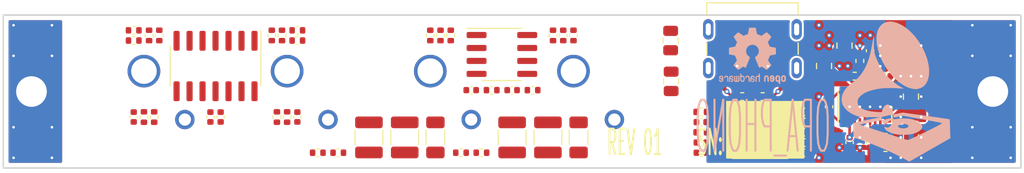
<source format=kicad_pcb>
(kicad_pcb (version 20211014) (generator pcbnew)
  (layers (0 "F.Cu" signal) (1 "In1.Cu" signal) (2 "In2.Cu" signal) (31 "B.Cu" signal) (34 "B.Paste" user) (35 "F.Paste" user) (36 "B.SilkS" user "B.Silkscreen") (37 "F.SilkS" user "F.Silkscreen") (38 "B.Mask" user) (39 "F.Mask" user) (44 "Edge.Cuts" user))
  (net 0 "")
  (net 1 "GND")
  (net 2 "/OUT_L")
  (net 3 "/OUT_R")
  (net 4 "/POWER/+6V")
  (net 5 "/POWER/-6V")
  (net 6 "/RIGHT/RIAA_RC")
  (net 7 "/RIGHT/RIAA")
  (net 8 "/LEFT/OUT_RC")
  (net 9 "/LEFT/RIAA_RC")
  (net 10 "/LEFT/RIAA")
  (net 11 "/RIGHT/OUT_RC")
  (net 12 "/LEFT/OUT1")
  (net 13 "/POWER/VIN")
  (net 14 "/LEFT/OUT2")
  (net 15 "/LEFT/FB2")
  (net 16 "/RIGHT/OUT1")
  (net 17 "/RIGHT/OUT2")
  (net 18 "/RIGHT/FB2")
  (net 19 "/CC1")
  (net 20 "/CC2")
  (net 21 "/POWER/CINVN")
  (net 22 "/POWER/CINVP")
  (net 23 "/POWER/VOUTN")
  (net 24 "/POWER/CBSTP")
  (net 25 "/POWER/CBSTN")
  (net 26 "/POWER/BYPP")
  (net 27 "/POWER/BYPN")
  (net 28 "/POWER/VOUTP")
  (net 29 "/POWER/ADJP")
  (net 30 "/POWER/ADJN")
  (net 31 "/RIGHT/FBTRIM")
  (net 32 "/RIGHT/TRIM")
  (net 33 "/LEFT/FBTRIM")
  (net 34 "/LEFT/TRIM")
  (net 39 "/RIGHT/FB1P")
  (net 40 "/RIGHT/INN")
  (net 41 "/LEFT/INN")
  (net 42 "/RIGHT/INP")
  (net 43 "/LEFT/INP")
  (net 44 "/RIGHT/OUT1B")
  (net 45 "/LEFT/FB1P")
  (net 46 "/RIGHT/FB1N")
  (net 47 "/LEFT/OUT1B")
  (net 48 "/LEFT/FB1N")
  (footprint "Resistor_SMD:R_0402_1005Metric" (layer "F.Cu") (at 186.5 61.996948 180)
    (fp_text reference "R25" hide)
    (fp_text value "20.5k")
  )
  (footprint "OPA_PHONO:CUI_UJC-HP-3-SMT-TR" (layer "F.Cu") (at 173.5 55.2 180)
    (fp_text reference "J3" hide)
    (fp_text value "UJC-HP-3-SMT-TR")
  )
  (footprint "Capacitor_SMD:C_1206_3216Metric" (layer "F.Cu") (at 156.5 62 90)
    (fp_text reference "C10" hide)
    (fp_text value "47n")
  )
  (footprint "Capacitor_SMD:C_0402_1005Metric" (layer "F.Cu") (at 129 60 90)
    (fp_text reference "C7" hide)
    (fp_text value "NP")
  )
  (footprint "Resistor_SMD:R_0402_1005Metric" (layer "F.Cu") (at 143 52 -90)
    (fp_text reference "R8" hide)
    (fp_text value "499R")
  )
  (footprint "Capacitor_SMD:C_0402_1005Metric" (layer "F.Cu") (at 178.5 63.5)
    (fp_text reference "C5" hide)
    (fp_text value "1u")
  )
  (footprint "Resistor_SMD:R_0402_1005Metric" (layer "F.Cu") (at 129 51.5 180)
    (fp_text reference "R31" hide)
    (fp_text value "16k")
  )
  (footprint "Resistor_SMD:R_0402_1005Metric" (layer "F.Cu") (at 168.5 59.5)
    (fp_text reference "R23" hide)
    (fp_text value "47k")
  )
  (footprint "Resistor_SMD:R_0402_1005Metric" (layer "F.Cu") (at 183.5 55.996948 180)
    (fp_text reference "R28" hide)
    (fp_text value "20.5k")
  )
  (footprint "Package_DFN_QFN:DFN-18-1EP_3x5mm_P0.5mm_EP1.66x4.4mm" (layer "F.Cu") (at 184.5 58.996948 -90)
    (fp_text reference "U3" hide)
    (fp_text value "LTC3265xDHC")
  )
  (footprint "Capacitor_SMD:C_0402_1005Metric" (layer "F.Cu") (at 146 57.365 180)
    (fp_text reference "C22" hide)
    (fp_text value "1u")
  )
  (footprint "Resistor_SMD:R_0402_1005Metric" (layer "F.Cu") (at 156 52 -90)
    (fp_text reference "R21" hide)
    (fp_text value "47k")
  )
  (footprint "Resistor_SMD:R_0402_1005Metric" (layer "F.Cu") (at 127 60 90)
    (fp_text reference "R14" hide)
    (fp_text value "16k")
  )
  (footprint "Resistor_SMD:R_0402_1005Metric" (layer "F.Cu") (at 155 52 -90)
    (fp_text reference "R6" hide)
    (fp_text value "499R")
  )
  (footprint "Resistor_SMD:R_0402_1005Metric" (layer "F.Cu") (at 142 52 -90)
    (fp_text reference "R9" hide)
    (fp_text value "47k")
  )
  (footprint "Resistor_SMD:R_0402_1005Metric" (layer "F.Cu") (at 178.5 60.5 180)
    (fp_text reference "R11" hide)
    (fp_text value "47k")
  )
  (footprint "Capacitor_SMD:C_0805_2012Metric" (layer "F.Cu") (at 165.55 56.5 -90)
    (fp_text reference "C15" hide)
    (fp_text value "10u")
  )
  (footprint "Capacitor_SMD:C_0805_2012Metric" (layer "F.Cu") (at 189 57.996948 -90)
    (fp_text reference "C26" hide)
    (fp_text value "10u")
  )
  (footprint "Resistor_SMD:R_0402_1005Metric" (layer "F.Cu") (at 144 52 -90)
    (fp_text reference "R7" hide)
    (fp_text value "16k")
  )
  (footprint "Capacitor_SMD:C_0402_1005Metric" (layer "F.Cu") (at 121.5 60 90)
    (fp_text reference "C19" hide)
    (fp_text value "1u")
  )
  (footprint "Resistor_SMD:R_0402_1005Metric" (layer "F.Cu") (at 126.5 52 90)
    (fp_text reference "R33" hide)
    (fp_text value "16k")
  )
  (footprint "Capacitor_SMD:C_1210_3225Metric" (layer "F.Cu") (at 150 62 90)
    (fp_text reference "C9" hide)
    (fp_text value "68n")
  )
  (footprint "Capacitor_SMD:C_0805_2012Metric" (layer "F.Cu") (at 165.5 52.5 -90)
    (fp_text reference "C25" hide)
    (fp_text value "10u")
  )
  (footprint "Capacitor_SMD:C_0402_1005Metric" (layer "F.Cu") (at 178.5 61.5)
    (fp_text reference "C6" hide)
    (fp_text value "1u")
  )
  (footprint "Resistor_SMD:R_0402_1005Metric" (layer "F.Cu") (at 147 63.5 180)
    (fp_text reference "R17" hide)
    (fp_text value "2.32k")
  )
  (footprint "Resistor_SMD:R_0402_1005Metric" (layer "F.Cu") (at 174.5 58)
    (fp_text reference "R30" hide)
    (fp_text value "5.1k")
  )
  (footprint "Resistor_SMD:R_0402_1005Metric" (layer "F.Cu") (at 114 60 -90)
    (fp_text reference "R1" hide)
    (fp_text value "47k")
  )
  (footprint "Resistor_SMD:R_0402_1005Metric" (layer "F.Cu") (at 129 52.5)
    (fp_text reference "R34" hide)
    (fp_text value "499R")
  )
  (footprint "Capacitor_SMD:C_0402_1005Metric" (layer "F.Cu") (at 185 53.496948 90)
    (fp_text reference "C18" hide)
    (fp_text value "1u")
  )
  (footprint "Resistor_SMD:R_0402_1005Metric" (layer "F.Cu") (at 184 54.496948 -90)
    (fp_text reference "R27" hide)
    (fp_text value "5.1k")
  )
  (footprint "Capacitor_SMD:C_0805_2012Metric" (layer "F.Cu") (at 182.5 52.996948 90)
    (fp_text reference "C28" hide)
    (fp_text value "10u")
  )
  (footprint "Capacitor_SMD:C_0805_2012Metric" (layer "F.Cu") (at 188.5 54.496948 180)
    (fp_text reference "C23" hide)
    (fp_text value "10u")
  )
  (footprint "Capacitor_SMD:C_0805_2012Metric" (layer "F.Cu") (at 189 61.996948 90)
    (fp_text reference "C27" hide)
    (fp_text value "10u")
  )
  (footprint "Resistor_SMD:R_0402_1005Metric" (layer "F.Cu") (at 128 60 -90)
    (fp_text reference "R13" hide)
    (fp_text value "47k")
  )
  (footprint "Resistor_SMD:R_0402_1005Metric" (layer "F.Cu") (at 172.5 58 180)
    (fp_text reference "R29" hide)
    (fp_text value "5.1k")
  )
  (footprint "Resistor_SMD:R_0402_1005Metric" (layer "F.Cu") (at 114.5 52 -90)
    (fp_text reference "R15" hide)
    (fp_text value "16k")
  )
  (footprint "Resistor_SMD:R_0402_1005Metric" (layer "F.Cu") (at 152 57.365)
    (fp_text reference "R24" hide)
    (fp_text value "499R")
  )
  (footprint "Capacitor_SMD:C_0402_1005Metric" (layer "F.Cu") (at 120.5 60 -90)
    (fp_text reference "C20" hide)
    (fp_text value "1u")
  )
  (footprint "Capacitor_SMD:C_1210_3225Metric" (layer "F.Cu") (at 153.5 62 90)
    (fp_text reference "C8" hide)
    (fp_text value "68n")
  )
  (footprint "Resistor_SMD:R_0402_1005Metric" (layer "F.Cu") (at 133 63.5 180)
    (fp_text reference "R5" hide)
    (fp_text value "2.32k")
  )
  (footprint "Resistor_SMD:R_0402_1005Metric" (layer "F.Cu") (at 113 52.5 180)
    (fp_text reference "R20" hide)
    (fp_text value "499R")
  )
  (footprint "Capacitor_SMD:C_0402_1005Metric" (layer "F.Cu") (at 185 62.496948 90)
    (fp_text reference "C17" hide)
    (fp_text value "1u")
  )
  (footprint "Capacitor_SMD:C_0402_1005Metric" (layer "F.Cu") (at 181 58.996948 -90)
    (fp_text reference "C14" hide)
    (fp_text value "1u")
  )
  (footprint "Capacitor_SMD:C_0402_1005Metric" (layer "F.Cu") (at 186.5 55.996948)
    (fp_text reference "C16" hide)
    (fp_text value "1u")
  )
  (footprint "Resistor_SMD:R_0402_1005Metric" (layer "F.Cu") (at 178.5 62.5 180)
    (fp_text reference "R10" hide)
    (fp_text value "47k")
  )
  (footprint "Resistor_SMD:R_0402_1005Metric" (layer "F.Cu") (at 131 63.5 180)
    (fp_text reference "R4" hide)
    (fp_text value "16k")
  )
  (footprint "Resistor_SMD:R_0402_1005Metric" (layer "F.Cu") (at 127.5 52 -90)
    (fp_text reference "R32" hide)
    (fp_text value "16k")
  )
  (footprint "Capacitor_SMD:C_1206_3216Metric" (layer "F.Cu") (at 142.5 62 90)
    (fp_text reference "C4" hide)
    (fp_text value "47n")
  )
  (footprint "Resistor_SMD:R_0402_1005Metric" (layer "F.Cu") (at 115.5 52 90)
    (fp_text reference "R18" hide)
    (fp_text value "16k")
  )
  (footprint "Capacitor_SMD:C_0402_1005Metric" (layer "F.Cu") (at 168.5 63.5 180)
    (fp_text reference "C30" hide)
    (fp_text value "1u")
  )
  (footprint "Capacitor_SMD:C_0805_2012Metric" (layer "F.Cu") (at 180.5 54.996948 -90)
    (fp_text reference "C24" hide)
    (fp_text value "10u")
  )
  (footprint "Package_SO:SOIC-14_3.9x8.7mm_P1.27mm" (layer "F.Cu") (at 121 55 -90)
    (fp_text reference "U1" hide)
    (fp_text value "OPA1644AxD")
  )
  (footprint "Capacitor_SMD:C_0402_1005Metric" (layer "F.Cu") (at 168.5 62.5 180)
    (fp_text reference "C11" hide)
    (fp_text value "1u")
  )
  (footprint "Resistor_SMD:R_0402_1005Metric" (layer "F.Cu") (at 154 52 -90)
    (fp_text reference "R19" hide)
    (fp_text value "16k")
  )
  (footprint "Package_SO:SOIC-8_3.9x4.9mm_P1.27mm" (layer "F.Cu") (at 149 53.865)
    (fp_text reference "U2" hide)
    (fp_text value "OPA1612AxD")
  )
  (footprint "Resistor_SMD:R_0402_1005Metric" (layer "F.Cu") (at 113 51.5)
    (fp_text reference "R3" hide)
    (fp_text value "16k")
  )
  (footprint "Resistor_SMD:R_0402_1005Metric" (layer "F.Cu") (at 145 63.5 180)
    (fp_text reference "R16" hide)
    (fp_text value "16k")
  )
  (footprint "Capacitor_SMD:C_0402_1005Metric" (layer "F.Cu") (at 113 60 90)
    (fp_text reference "C1" hide)
    (fp_text value "NP")
  )
  (footprint "Resistor_SMD:R_0402_1005Metric" (layer "F.Cu") (at 168.5 61.5)
    (fp_text reference "R22" hide)
    (fp_text value "47k")
  )
  (footprint "Resistor_SMD:R_0402_1005Metric" (layer "F.Cu") (at 148 57.365 180)
    (fp_text reference "R12" hide)
    (fp_text value "499R")
  )
  (footprint "Capacitor_SMD:C_1210_3225Metric" (layer "F.Cu") (at 139.5 62 90)
    (fp_text reference "C2" hide)
    (fp_text value "68n")
  )
  (footprint "Capacitor_SMD:C_0402_1005Metric" (layer "F.Cu") (at 178.5 59.5 180)
    (fp_text reference "C29" hide)
    (fp_text value "1u")
  )
  (footprint "Capacitor_SMD:C_1210_3225Metric" (layer "F.Cu") (at 136 62 90)
    (fp_text reference "C3" hide)
    (fp_text value "68n")
  )
  (footprint "Resistor_SMD:R_0402_1005Metric" (layer "F.Cu") (at 186.5 62.996948)
    (fp_text reference "R26" hide)
    (fp_text value "5.1k")
  )
  (footprint "Package_SO:SOIC-8_3.9x4.9mm_P1.27mm" (layer "F.Cu") (at 173.5 61.5 180)
    (fp_text reference "U4" hide)
    (fp_text value "OPA1612AxD")
  )
  (footprint "Resistor_SMD:R_0402_1005Metric" (layer "F.Cu") (at 115 60 90)
    (fp_text reference "R2" hide)
    (fp_text value "16k")
  )
  (footprint "Capacitor_SMD:C_0402_1005Metric" (layer "F.Cu") (at 168.5 60.5 180)
    (fp_text reference "C12" hide)
    (fp_text value "1u")
  )
  (footprint "Capacitor_SMD:C_0402_1005Metric" (layer "F.Cu") (at 150 57.365 180)
    (fp_text reference "C21" hide)
    (fp_text value "1u")
  )
  (footprint "Capacitor_SMD:C_0402_1005Metric" (layer "F.Cu") (at 183 62.496948 90)
    (fp_text reference "C13" hide)
    (fp_text value "1u")
  )
  (footprint "LOGO" (layer "B.Cu") (at 187.5 57.5 180)
    (fp_text reference "G***" hide)
    (fp_text value "LOGO" hide)
  )
  (footprint "LIB:RCJ-21XX" (layer "B.Cu") (at 121 55.5 180)
    (fp_text reference "J1" hide)
    (fp_text value "RCJ-21XX")
  )
  (footprint "LIB:RCJ-21XX" (layer "B.Cu") (at 149 55.5 180)
    (fp_text reference "J2" hide)
    (fp_text value "RCJ-21XX")
  )
  (footprint "Symbol:OSHW-Logo2_7.3x6mm_SilkScreen" (layer "B.Cu") (at 173.5 54 180)
    (fp_text reference "REF**" hide)
    (fp_text value "OSHW-Logo2_7.3x6mm_SilkScreen" hide)
  )
  (gr_rect (start 171 58.5) (end 178.5 64) (layer "F.SilkS") (width 0.15) (fill solid))
  (gr_rect locked (start 100.25 50) (end 199.75 65) (layer "Edge.Cuts") (width 0.15) (fill none))
  (gr_text "OPA_PHONO" (at 174.5 61) (layer "B.SilkS") (effects (font (size 5 1.5) (thickness 0.2)) (justify mirror)))
  (gr_text "REV 01" (at 162 62.496948) (layer "F.SilkS") (effects (font (size 2.5 1) (thickness 0.2))))
  (gr_text "SN:   " (at 170.5 62.496948) (layer "F.SilkS") (effects (font (size 2.5 1) (thickness 0.2))))
  (segment (start 182 62.996948) (end 182.02 62.976948) (width 0.25) (layer "F.Cu") (net 1))
  (segment (start 175.5 58) (end 176 57.5) (width 0.25) (layer "F.Cu") (net 1))
  (segment (start 187.01 63.986948) (end 187 63.996948) (width 0.25) (layer "F.Cu") (net 1))
  (segment (start 181 51.996948) (end 182.453161 51.996948) (width 0.25) (layer "F.Cu") (net 1))
  (segment (start 190 55.996948) (end 190 56.046948) (width 0.25) (layer "F.Cu") (net 1))
  (segment (start 190 56.046948) (end 189 57.046948) (width 0.25) (layer "F.Cu") (net 1))
  (segment (start 185 52.986948) (end 185 52.006948) (width 0.25) (layer "F.Cu") (net 1))
  (segment (start 181 53.546948) (end 180.5 54.046948) (width 0.25) (layer "F.Cu") (net 1))
  (segment (start 184.275978 58.996948) (end 184.5 58.996948) (width 0.25) (layer "F.Cu") (net 1))
  (segment (start 182.500109 52.043896) (end 182.547057 51.996948) (width 0.25) (layer "F.Cu") (net 1))
  (segment (start 175.01 58) (end 175.5 58) (width 0.25) (layer "F.Cu") (net 1))
  (segment (start 190 57.996948) (end 189.95 57.996948) (width 0.25) (layer "F.Cu") (net 1))
  (segment (start 184.5 60.421948) (end 184.5 58.996948) (width 0.25) (layer "F.Cu") (net 1))
  (segment (start 181 52.996948) (end 181 53.546948) (width 0.25) (layer "F.Cu") (net 1))
  (segment (start 188 56.046948) (end 189 57.046948) (width 0.25) (layer "F.Cu") (net 1))
  (segment (start 184 53.986948) (end 184 52.996948) (width 0.25) (layer "F.Cu") (net 1))
  (segment (start 176.25 56.205) (end 176.25 57.25) (width 0.4) (layer "F.Cu") (net 1))
  (segment (start 182.547057 51.996948) (end 184 51.996948) (width 0.25) (layer "F.Cu") (net 1))
  (segment (start 189.95 57.996948) (end 189 57.046948) (width 0.25) (layer "F.Cu") (net 1))
  (segment (start 186 58.996948) (end 187 58.996948) (width 0.25) (layer "F.Cu") (net 1))
  (segment (start 188 57.996948) (end 188.05 57.996948) (width 0.25) (layer "F.Cu") (net 1))
  (segment (start 189 57.046948) (end 188.95 57.046948) (width 0.25) (layer "F.Cu") (net 1))
  (segment (start 184.02 62.976948) (end 184 62.996948) (width 0.25) (layer "F.Cu") (net 1))
  (segment (start 170.75 56.205) (end 170.75 57.25) (width 0.4) (layer "F.Cu") (net 1))
  (segment (start 188 63.996948) (end 188 63.946948) (width 0.25) (layer "F.Cu") (net 1))
  (segment (start 189 62.996948) (end 188 63.996948) (width 0.25) (layer "F.Cu") (net 1))
  (segment (start 188 55.996948) (end 188 56.046948) (width 0.25) (layer "F.Cu") (net 1))
  (segment (start 183.5 60.421948) (end 183.5 59.772926) (width 0.25) (layer "F.Cu") (net 1))
  (segment (start 182.453161 51.996948) (end 182.500109 52.043896) (width 0.25) (layer "F.Cu") (net 1))
  (segment (start 189 62.946948) (end 189 62.996948) (width 0.25) (layer "F.Cu") (net 1))
  (segment (start 176.25 57.25) (end 176 57.5) (width 0.4) (layer "F.Cu") (net 1))
  (segment (start 187.01 62.996948) (end 187.01 63.986948) (width 0.25) (layer "F.Cu") (net 1))
  (segment (start 179.999891 53.546839) (end 180.5 54.046948) (width 0.25) (layer "F.Cu") (net 1))
  (segment (start 182.02 62.976948) (end 183 62.976948) (width 0.25) (layer "F.Cu") (net 1))
  (segment (start 189.45 54.496948) (end 189.45 55.546948) (width 0.25) (layer "F.Cu") (net 1))
  (segment (start 171.5 58) (end 171 57.5) (width 0.25) (layer "F.Cu") (net 1))
  (segment (start 185 62.976948) (end 184.02 62.976948) (width 0.25) (layer "F.Cu") (net 1))
  (segment (start 188.05 57.996948) (end 189 57.046948) (width 0.25) (layer "F.Cu") (net 1))
  (segment (start 189.45 55.546948) (end 189 55.996948) (width 0.25) (layer "F.Cu") (net 1))
  (segment (start 179.999891 53) (end 179.999891 53.546839) (width 0.25) (layer "F.Cu") (net 1))
  (segment (start 171.99 59) (end 171.5 59) (width 0.25) (layer "F.Cu") (net 1))
  (segment (start 170.75 57.25) (end 171 57.5) (width 0.4) (layer "F.Cu") (net 1))
  (segment (start 183.5 59.772926) (end 184.275978 58.996948) (width 0.25) (layer "F.Cu") (net 1))
  (segment (start 189 62.996948) (end 190 63.996948) (width 0.25) (layer "F.Cu") (net 1))
  (via (at 184 52.996948) (size 0.508) (drill 0.254) (layers "F.Cu" "B.Cu") (net 1))
  (via (at 185.02 51.986948) (size 0.508) (drill 0.254) (layers "F.Cu" "B.Cu") (net 1))
  (via (at 180 51) (size 0.508) (drill 0.254) (layers "F.Cu" "B.Cu") (net 1))
  (via (at 198.75 63.998814) (size 0.508) (drill 0.254) (layers "F.Cu" "B.Cu") (net 1))
  (via (at 197.0005 57.5) (size 4) (drill 3) (layers "F.Cu" "B.Cu") (net 1))
  (via (at 188 57.996948) (size 0.508) (drill 0.254) (layers "F.Cu" "B.Cu") (net 1))
  (via (at 180 64) (size 0.508) (drill 0.254) (layers "F.Cu" "B.Cu") (net 1))
  (via (at 190 63.996948) (size 0.508) (drill 0.254) (layers "F.Cu" "B.Cu") (net 1))
  (via (at 103.003973 57.501186) (size 4) (drill 3) (layers "F.Cu" "B.Cu") (net 1))
  (via (at 184 51.996948) (size 0.508) (drill 0.254) (layers "F.Cu" "B.Cu") (net 1))
  (via (at 105 64) (size 0.508) (drill 0.254) (layers "F.Cu" "B.Cu") (net 1))
  (via (at 101.25 61.001186) (size 0.508) (drill 0.254) (layers "F.Cu" "B.Cu") (net 1))
  (via (at 183 58.996948) (size 0.508) (drill 0.254) (layers "F.Cu" "B.Cu") (net 1))
  (via (at 198.75 54) (size 0.508) (drill 0.254) (layers "F.Cu" "B.Cu") (net 1))
  (via (at 195 54) (size 0.508) (drill 0.254) (layers "F.Cu" "B.Cu") (net 1))
  (via (at 176 57.5) (size 0.508) (drill 0.254) (layers "F.Cu" "B.Cu") (net 1))
  (via (at 184 62.996948) (size 0.508) (drill 0.254) (layers "F.Cu" "B.Cu") (net 1))
  (via (at 195 51) (size 0.508) (drill 0.254) (layers "F.Cu" "B.Cu") (net 1))
  (via (at 190 57.996948) (size 0.508) (drill 0.254) (layers "F.Cu" "B.Cu") (net 1))
  (via (at 194.996527 63.998814) (size 0.508) (drill 0.254) (layers "F.Cu" "B.Cu") (net 1))
  (via (at 105.003473 54.001186) (size 0.508) (drill 0.254) (layers "F.Cu" "B.Cu") (net 1))
  (via (at 188 63.996948) (size 0.508) (drill 0.254) (layers "F.Cu" "B.Cu") (net 1))
  (via (at 181 52.996948) (size 0.508) (drill 0.254) (layers "F.Cu" "B.Cu") (net 1))
  (via (at 101.25 64) (size 0.508) (drill 0.254) (layers "F.Cu" "B.Cu") (net 1))
  (via (at 185 58.996948) (size 0.508) (drill 0.254) (layers "F.Cu" "B.Cu") (net 1))
  (via (at 179.999891 53) (size 0.508) (drill 0.254) (layers "F.Cu" "B.Cu") (net 1))
  (via (at 184 58.996948) (size 0.508) (drill 0.254) (layers "F.Cu" "B.Cu") (net 1))
  (via (at 190 53) (size 0.508) (drill 0.254) (layers "F.Cu" "B.Cu") (net 1))
  (via (at 105.003473 51.001186) (size 0.508) (drill 0.254) (layers "F.Cu" "B.Cu") (net 1))
  (via (at 187 58.996948) (size 0.508) (drill 0.254) (layers "F.Cu" "B.Cu") (net 1))
  (via (at 188 55.996948) (size 0.508) (drill 0.254) (layers "F.Cu" "B.Cu") (net 1))
  (via (at 101.25 51.001186) (size 0.508) (drill 0.254) (layers "F.Cu" "B.Cu") (net 1))
  (via (at 101.25 54.001186) (size 0.508) (drill 0.254) (layers "F.Cu" "B.Cu") (net 1))
  (via (at 187 63.996948) (size 0.508) (drill 0.254) (layers "F.Cu" "B.Cu") (net 1))
  (via (at 180 58) (size 0.508) (drill 0.254) (layers "F.Cu" "B.Cu") (net 1))
  (via (at 186 58.996948) (size 0.508) (drill 0.254) (layers "F.Cu" "B.Cu") (net 1))
  (via (at 198.75 51) (size 0.508) (drill 0.254) (layers "F.Cu" "B.Cu") (net 1))
  (via (at 105.003473 61.001186) (size 0.508) (drill 0.254) (layers "F.Cu" "B.Cu") (net 1))
  (via (at 171 57.5) (size 0.508) (drill 0.254) (layers "F.Cu" "B.Cu") (net 1))
  (via (at 195 61) (size 0.508) (drill 0.254) (layers "F.Cu" "B.Cu") (net 1))
  (via (at 190 55.996948) (size 0.508) (drill 0.254) (layers "F.Cu" "B.Cu") (net 1))
  (via (at 181 51.996948) (size 0.508) (drill 0.254) (layers "F.Cu" "B.Cu") (net 1))
  (via (at 189 55.996948) (size 0.508) (drill 0.254) (layers "F.Cu" "B.Cu") (net 1))
  (via (at 198.75 61) (size 0.508) (drill 0.254) (layers "F.Cu" "B.Cu") (net 1))
  (via (at 182 62.996948) (size 0.508) (drill 0.254) (layers "F.Cu" "B.Cu") (net 1))
  (segment (start 188 61.996948) (end 187.01 61.996948) (width 0.25) (layer "F.Cu") (net 4))
  (segment (start 186 60.986948) (end 187.01 61.996948) (width 0.25) (layer "F.Cu") (net 4))
  (segment (start 186 60.421948) (end 186 60.986948) (width 0.25) (layer "F.Cu") (net 4))
  (via (at 190 61.996948) (size 0.508) (drill 0.254) (layers "F.Cu" "B.Cu") (net 4))
  (via (at 188 61.996948) (size 0.508) (drill 0.254) (layers "F.Cu" "B.Cu") (net 4))
  (segment (start 182 54.996948) (end 182.823261 54.996948) (width 0.25) (layer "F.Cu") (net 5))
  (segment (start 182.99 55.163687) (end 182.823261 54.996948) (width 0.25) (layer "F.Cu") (net 5))
  (segment (start 182.823261 54.270209) (end 182.5 53.946948) (width 0.25) (layer "F.Cu") (net 5))
  (segment (start 183.5 56.496948) (end 183.5 57.571948) (width 0.25) (layer "F.Cu") (net 5))
  (segment (start 182.99 55.996948) (end 182.99 55.163687) (width 0.25) (layer "F.Cu") (net 5))
  (segment (start 182.99 55.996948) (end 183 55.996948) (width 0.25) (layer "F.Cu") (net 5))
  (segment (start 183 55.996948) (end 183.5 56.496948) (width 0.25) (layer "F.Cu") (net 5))
  (segment (start 182.823261 54.996948) (end 182.823261 54.270209) (width 0.25) (layer "F.Cu") (net 5))
  (via (at 182 54.996948) (size 0.508) (drill 0.254) (layers "F.Cu" "B.Cu") (net 5))
  (via (at 182.823261 54.996948) (size 0.508) (drill 0.254) (layers "F.Cu" "B.Cu") (net 5))
  (segment (start 171.98 55.02) (end 172 55) (width 0.4) (layer "F.Cu") (net 13))
  (segment (start 185 56.496948) (end 185.5 56.996948) (width 0.25) (layer "F.Cu") (net 13))
  (segment (start 175.02 56.205) (end 175.02 55.02) (width 0.4) (layer "F.Cu") (net 13))
  (segment (start 171.98 56.205) (end 171.98 55.02) (width 0.4) (layer "F.Cu") (net 13))
  (segment (start 185 57.571948) (end 185 56.59731) (width 0.25) (layer "F.Cu") (net 13))
  (segment (start 185 56.59731) (end 185 56.496948) (width 0.25) (layer "F.Cu") (net 13))
  (segment (start 184 60.421948) (end 184 61.996948) (width 0.25) (layer "F.Cu") (net 13))
  (segment (start 185.5 56.996948) (end 185.5 57.571948) (width 0.25) (layer "F.Cu") (net 13))
  (via (at 186 53.996948) (size 0.508) (drill 0.254) (layers "F.Cu" "B.Cu") (net 13))
  (via (at 186 55.021948) (size 0.508) (drill 0.254) (layers "F.Cu" "B.Cu") (net 13))
  (via (at 184 61.996948) (size 0.508) (drill 0.254) (layers "F.Cu" "B.Cu") (net 13))
  (via (at 172 55) (size 0.508) (drill 0.254) (layers "F.Cu" "B.Cu") (net 13))
  (via (at 175.02 55.02) (size 0.508) (drill 0.254) (layers "F.Cu" "B.Cu") (net 13))
  (via (at 186 52.996948) (size 0.508) (drill 0.254) (layers "F.Cu" "B.Cu") (net 13))
  (segment (start 174 58.99) (end 173.99 59) (width 0.15) (layer "F.Cu") (net 19))
  (segment (start 174 56.205) (end 174 57.99) (width 0.15) (layer "F.Cu") (net 19))
  (segment (start 173 58.99) (end 173.01 59) (width 0.15) (layer "F.Cu") (net 20))
  (segment (start 173 56.205) (end 173 57.99) (width 0.15) (layer "F.Cu") (net 20))
  (segment (start 182.5 57.571948) (end 181.925 57.571948) (width 0.25) (layer "F.Cu") (net 21))
  (segment (start 181.925 57.571948) (end 181 58.496948) (width 0.25) (layer "F.Cu") (net 21))
  (segment (start 181 58.496948) (end 181 58.516948) (width 0.25) (layer "F.Cu") (net 21))
  (segment (start 181.945 60.421948) (end 181 59.476948) (width 0.25) (layer "F.Cu") (net 22))
  (segment (start 182.5 60.421948) (end 181.945 60.421948) (width 0.25) (layer "F.Cu") (net 22))
  (segment (start 183 57.571948) (end 183 56.972926) (width 0.25) (layer "F.Cu") (net 23))
  (segment (start 183 56.972926) (end 182.949511 56.922437) (width 0.25) (layer "F.Cu") (net 23))
  (segment (start 182.925489 56.922437) (end 181.95 55.946948) (width 0.25) (layer "F.Cu") (net 23))
  (segment (start 182.949511 56.922437) (end 182.925489 56.922437) (width 0.25) (layer "F.Cu") (net 23))
  (segment (start 181.95 55.946948) (end 180.5 55.946948) (width 0.25) (layer "F.Cu") (net 23))
  (segment (start 186 57.571948) (end 186 56.016948) (width 0.25) (layer "F.Cu") (net 24))
  (segment (start 186 56.016948) (end 186.02 55.996948) (width 0.25) (layer "F.Cu") (net 24))
  (segment (start 186.98 55.996948) (end 186.98 56.516948) (width 0.25) (layer "F.Cu") (net 25))
  (segment (start 186.98 56.516948) (end 186.5 56.996948) (width 0.25) (layer "F.Cu") (net 25))
  (segment (start 186.5 57.571948) (end 186.5 56.996948) (width 0.25) (layer "F.Cu") (net 25))
  (segment (start 185 60.421948) (end 185 62.016948) (width 0.15) (layer "F.Cu") (net 26))
  (segment (start 184.59452 54.422428) (end 185 54.016948) (width 0.15) (layer "F.Cu") (net 27))
  (segment (start 184.5 57.571948) (end 184.5 56.576468) (width 0.15) (layer "F.Cu") (net 27))
  (segment (start 184.59452 56.481948) (end 184.59452 54.422428) (width 0.15) (layer "F.Cu") (net 27))
  (segment (start 184.5 56.576468) (end 184.59452 56.481948) (width 0.15) (layer "F.Cu") (net 27))
  (segment (start 189 58.996948) (end 188 59.996948) (width 0.25) (layer "F.Cu") (net 28))
  (segment (start 188 59.996948) (end 187.575 60.421948) (width 0.25) (layer "F.Cu") (net 28))
  (segment (start 183 60.421948) (end 183 61.996948) (width 0.25) (layer "F.Cu") (net 28))
  (segment (start 189 58.946948) (end 189 58.996948) (width 0.25) (layer "F.Cu") (net 28))
  (segment (start 187.575 60.421948) (end 186.5 60.421948) (width 0.25) (layer "F.Cu") (net 28))
  (via (at 188 59.996948) (size 0.508) (drill 0.254) (layers "F.Cu" "B.Cu") (net 28))
  (via (at 190 59.996948) (size 0.508) (drill 0.254) (layers "F.Cu" "B.Cu") (net 28))
  (via (at 183 61.996948) (size 0.508) (drill 0.254) (layers "F.Cu" "B.Cu") (net 28))
  (segment (start 185 59.996948) (end 188 59.996948) (width 0.4) (layer "B.Cu") (net 28))
  (segment (start 188 59.996948) (end 190 59.996948) (width 0.4) (layer "B.Cu") (net 28))
  (segment (start 183 61.996948) (end 185 59.996948) (width 0.4) (layer "B.Cu") (net 28))
  (segment (start 185.5 61.506948) (end 185.99 61.996948) (width 0.15) (layer "F.Cu") (net 29))
  (segment (start 185.99 61.996948) (end 185.99 62.996948) (width 0.15) (layer "F.Cu") (net 29))
  (segment (start 185.5 60.421948) (end 185.5 61.506948) (width 0.15) (layer "F.Cu") (net 29))
  (segment (start 184.01 55.996948) (end 184.01 55.016948) (width 0.25) (layer "F.Cu") (net 30))
  (segment (start 184.01 55.016948) (end 184 55.006948) (width 0.25) (layer "F.Cu") (net 30))
  (segment (start 184 57.571948) (end 184 55.996948) (width 0.15) (layer "F.Cu") (net 30))
  (zone (net 4) (net_name "/POWER/+6V") (layer "F.Cu") (priority 2) (connect_pads yes (clearance 0.2)) (min_thickness 0.254) (fill yes (thermal_gap 0.508) (thermal_bridge_width 0.508))
    (polygon (pts (xy 187.5 62.496948) (xy 186 60.996948) (xy 188 60.996948) (xy 188.5 60.496948) (xy 190.5 60.496948) (xy 190.5 62.496948)))
  )
  (zone (net 28) (net_name "/POWER/VOUTP") (layer "F.Cu") (priority 4) (connect_pads yes (clearance 0.2)) (min_thickness 0.254) (fill yes (thermal_gap 0.508) (thermal_bridge_width 0.508))
    (polygon (pts (xy 188.5 60.496948) (xy 188 60.496948) (xy 187 60.496948) (xy 187 59.996948) (xy 188.5 58.496948) (xy 190.5 58.496948) (xy 190.5 60.496948)))
  )
  (zone (net 13) (net_name "/POWER/VIN") (layer "F.Cu") (priority 6) (connect_pads yes (clearance 0.2)) (min_thickness 0.254) (fill yes (thermal_gap 0.508) (thermal_bridge_width 0.508))
    (polygon (pts (xy 184.5 56.996948) (xy 184.5 52.496948) (xy 188.5 52.496948) (xy 188.5 54.496948) (xy 186 56.996948)))
  )
  (zone (net 23) (net_name "/POWER/VOUTN") (layer "F.Cu") (priority 2) (connect_pads yes (clearance 0.2)) (min_thickness 0.254) (fill yes (thermal_gap 0.508) (thermal_bridge_width 0.508))
    (polygon (pts (xy 179.5 56.996948) (xy 179.5 54.996948) (xy 181 54.996948) (xy 183 56.996948)))
  )
  (zone (net 1) (net_name "GND") (layer "F.Cu") (connect_pads yes (clearance 0.2)) (min_thickness 0.254) (fill yes (thermal_gap 0.508) (thermal_bridge_width 0.508))
    (polygon (pts (xy 186.5 62.496948) (xy 190.5 62.496948) (xy 190.5 59.996948) (xy 186.5 59.996948) (xy 186.5 56.996948) (xy 188.5 54.996948) (xy 188.5 52.496948) (xy 184.5 52.496948) (xy 184.5 52.996948) (xy 181.5 52.996948) (xy 181.5 54.996948) (xy 179.5 54.996948) (xy 179.5 49.996948) (xy 193 49.996948) (xy 193 64.996948) (xy 186.5 64.996948)))
  )
  (zone (net 1) (net_name "GND") (layers F&B.Cu) (connect_pads (clearance 0.508)) (min_thickness 0.254) (fill yes (thermal_gap 0.508) (thermal_bridge_width 0.508))
    (polygon (pts (xy 106 65) (xy 100 65) (xy 100 50) (xy 106 50)))
  )
  (zone (net 5) (net_name "/POWER/-6V") (layer "F.Cu") (priority 8) (connect_pads yes (clearance 0.2)) (min_thickness 0.254) (fill yes (thermal_gap 0.508) (thermal_bridge_width 0.508))
    (polygon (pts (xy 183 56.996948) (xy 183 56.496948) (xy 181.5 54.996948) (xy 181.5 52.996948) (xy 183.5 52.996948) (xy 183.5 56.996948)))
  )
  (zone (net 1) (net_name "GND") (layers F&B.Cu) (connect_pads (clearance 0.508)) (min_thickness 0.254) (fill yes (thermal_gap 0.508) (thermal_bridge_width 0.508))
    (polygon (pts (xy 199.5 64.996948) (xy 179.5 64.996948) (xy 179.5 61.496948) (xy 179.5 56.496948) (xy 181.5 56.496948) (xy 188.5 56.496948) (xy 188.5 49.996948) (xy 199.5 49.996948)))
  )
  (zone (net 13) (net_name "/POWER/VIN") (layer "B.Cu") (priority 2) (connect_pads (clearance 0.2)) (min_thickness 0.254) (fill yes (thermal_gap 0.3) (thermal_bridge_width 0.3))
    (polygon (pts (xy 186.5 56.496948) (xy 181.5 56.496948) (xy 181.5 61.496948) (xy 184.5 61.496948) (xy 184.5 64.996948) (xy 169 64.996948) (xy 169 49.996948) (xy 186.5 49.996948)))
  )
)
</source>
